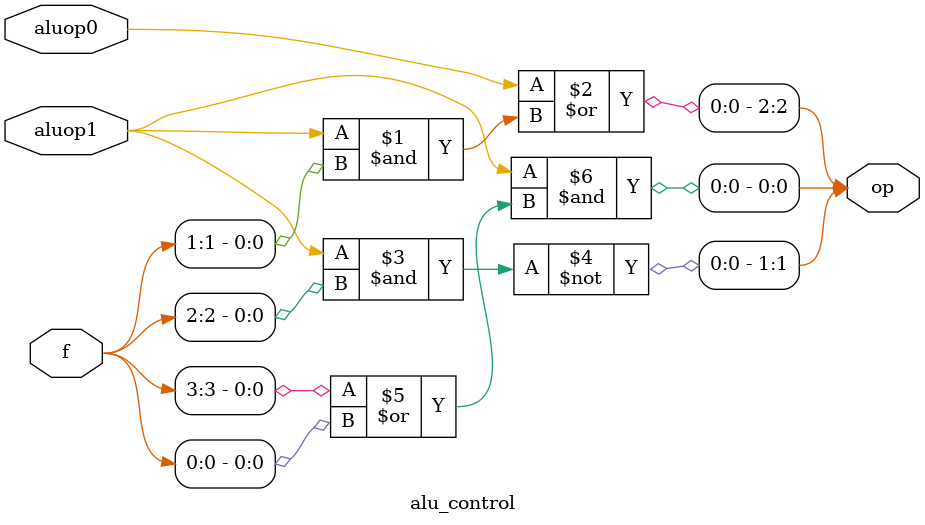
<source format=v>
module alu_control(op, f, aluop0, aluop1);
    output [2:0] op;
    input [5:0] f;
    input aluop0, aluop1;

    assign op[2] = aluop0 | (aluop1 & f[1]);
    assign op[1] = ~(aluop1 &  f[2]);
    assign op[0] = aluop1 & (f[3] | f[0]);
endmodule


</source>
